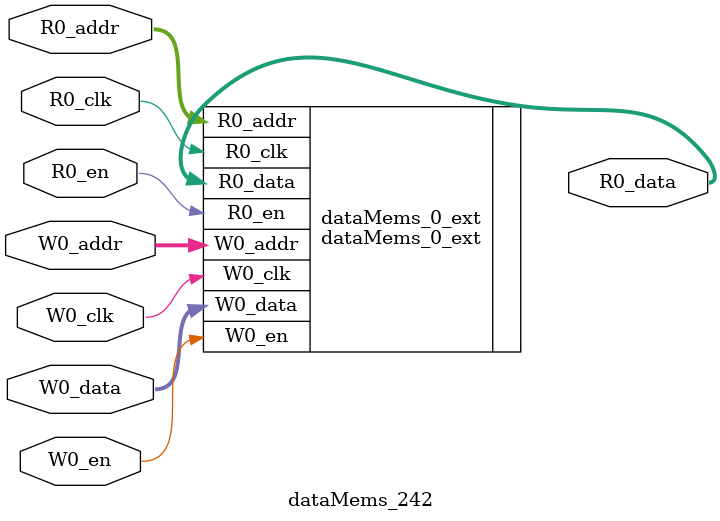
<source format=sv>
`ifndef RANDOMIZE
  `ifdef RANDOMIZE_REG_INIT
    `define RANDOMIZE
  `endif // RANDOMIZE_REG_INIT
`endif // not def RANDOMIZE
`ifndef RANDOMIZE
  `ifdef RANDOMIZE_MEM_INIT
    `define RANDOMIZE
  `endif // RANDOMIZE_MEM_INIT
`endif // not def RANDOMIZE

`ifndef RANDOM
  `define RANDOM $random
`endif // not def RANDOM

// Users can define 'PRINTF_COND' to add an extra gate to prints.
`ifndef PRINTF_COND_
  `ifdef PRINTF_COND
    `define PRINTF_COND_ (`PRINTF_COND)
  `else  // PRINTF_COND
    `define PRINTF_COND_ 1
  `endif // PRINTF_COND
`endif // not def PRINTF_COND_

// Users can define 'ASSERT_VERBOSE_COND' to add an extra gate to assert error printing.
`ifndef ASSERT_VERBOSE_COND_
  `ifdef ASSERT_VERBOSE_COND
    `define ASSERT_VERBOSE_COND_ (`ASSERT_VERBOSE_COND)
  `else  // ASSERT_VERBOSE_COND
    `define ASSERT_VERBOSE_COND_ 1
  `endif // ASSERT_VERBOSE_COND
`endif // not def ASSERT_VERBOSE_COND_

// Users can define 'STOP_COND' to add an extra gate to stop conditions.
`ifndef STOP_COND_
  `ifdef STOP_COND
    `define STOP_COND_ (`STOP_COND)
  `else  // STOP_COND
    `define STOP_COND_ 1
  `endif // STOP_COND
`endif // not def STOP_COND_

// Users can define INIT_RANDOM as general code that gets injected into the
// initializer block for modules with registers.
`ifndef INIT_RANDOM
  `define INIT_RANDOM
`endif // not def INIT_RANDOM

// If using random initialization, you can also define RANDOMIZE_DELAY to
// customize the delay used, otherwise 0.002 is used.
`ifndef RANDOMIZE_DELAY
  `define RANDOMIZE_DELAY 0.002
`endif // not def RANDOMIZE_DELAY

// Define INIT_RANDOM_PROLOG_ for use in our modules below.
`ifndef INIT_RANDOM_PROLOG_
  `ifdef RANDOMIZE
    `ifdef VERILATOR
      `define INIT_RANDOM_PROLOG_ `INIT_RANDOM
    `else  // VERILATOR
      `define INIT_RANDOM_PROLOG_ `INIT_RANDOM #`RANDOMIZE_DELAY begin end
    `endif // VERILATOR
  `else  // RANDOMIZE
    `define INIT_RANDOM_PROLOG_
  `endif // RANDOMIZE
`endif // not def INIT_RANDOM_PROLOG_

// Include register initializers in init blocks unless synthesis is set
`ifndef SYNTHESIS
  `ifndef ENABLE_INITIAL_REG_
    `define ENABLE_INITIAL_REG_
  `endif // not def ENABLE_INITIAL_REG_
`endif // not def SYNTHESIS

// Include rmemory initializers in init blocks unless synthesis is set
`ifndef SYNTHESIS
  `ifndef ENABLE_INITIAL_MEM_
    `define ENABLE_INITIAL_MEM_
  `endif // not def ENABLE_INITIAL_MEM_
`endif // not def SYNTHESIS

module dataMems_242(	// @[generators/ara/src/main/scala/UnsafeAXI4ToTL.scala:365:62]
  input  [4:0]  R0_addr,
  input         R0_en,
  input         R0_clk,
  output [66:0] R0_data,
  input  [4:0]  W0_addr,
  input         W0_en,
  input         W0_clk,
  input  [66:0] W0_data
);

  dataMems_0_ext dataMems_0_ext (	// @[generators/ara/src/main/scala/UnsafeAXI4ToTL.scala:365:62]
    .R0_addr (R0_addr),
    .R0_en   (R0_en),
    .R0_clk  (R0_clk),
    .R0_data (R0_data),
    .W0_addr (W0_addr),
    .W0_en   (W0_en),
    .W0_clk  (W0_clk),
    .W0_data (W0_data)
  );
endmodule


</source>
